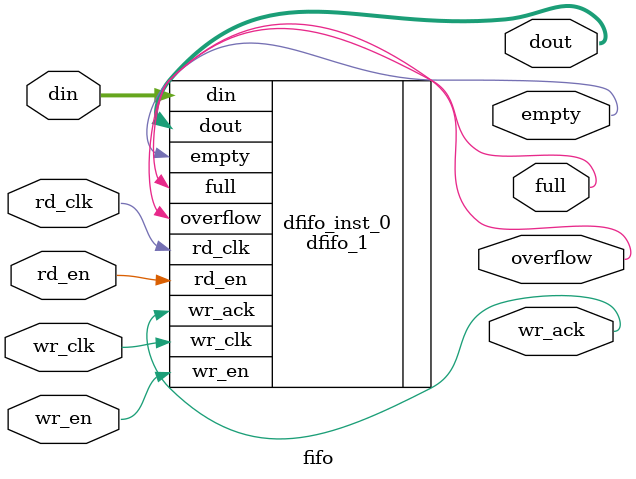
<source format=v>
module fifo(
input                   wr_clk          ,                 
input                   rd_clk          ,                 
input       [7:0]       din             ,              
input                   wr_en           ,                
input                   rd_en           ,                
output      [3:0]       dout            ,               
output                  full            ,               
output                  empty           ,
output                  wr_ack          ,
output                  overflow          
);




dfifo_1 dfifo_inst_0 (
  .wr_clk(wr_clk),  // input wire wr_clk
  .rd_clk(rd_clk),  // input wire rd_clk
  .din(din),        // input wire [7 : 0] din
  .wr_en(wr_en),    // input wire wr_en
  .rd_en(rd_en),    // input wire rd_en
  .dout(dout),      // output wire [3 : 0] dout
  .full(full),      // output wire full
  .empty(empty),    // output wire empty
  .wr_ack(wr_ack),      // output wire wr_ack
  .overflow(overflow)  // output wire overflow
);




endmodule
</source>
